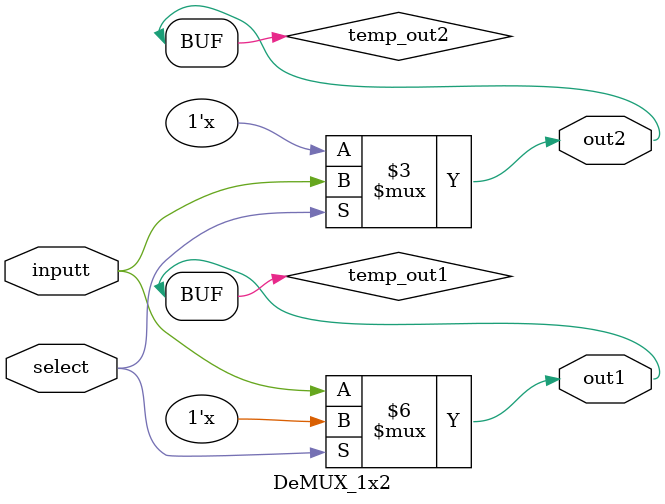
<source format=v>
module DeMUX_1x2(out1, out2, select, inputt);
  output out1, out2;
  input select;
  input inputt;
  reg temp_out1, temp_out2;
  always@(*) begin
    if (select)              //select => "select == 1"
      temp_out2 = inputt;
    else
      temp_out1 = inputt;    //if (select == 0)
  end
  assign out1 = temp_out1;
  assign out2 = temp_out2;
endmodule 
</source>
